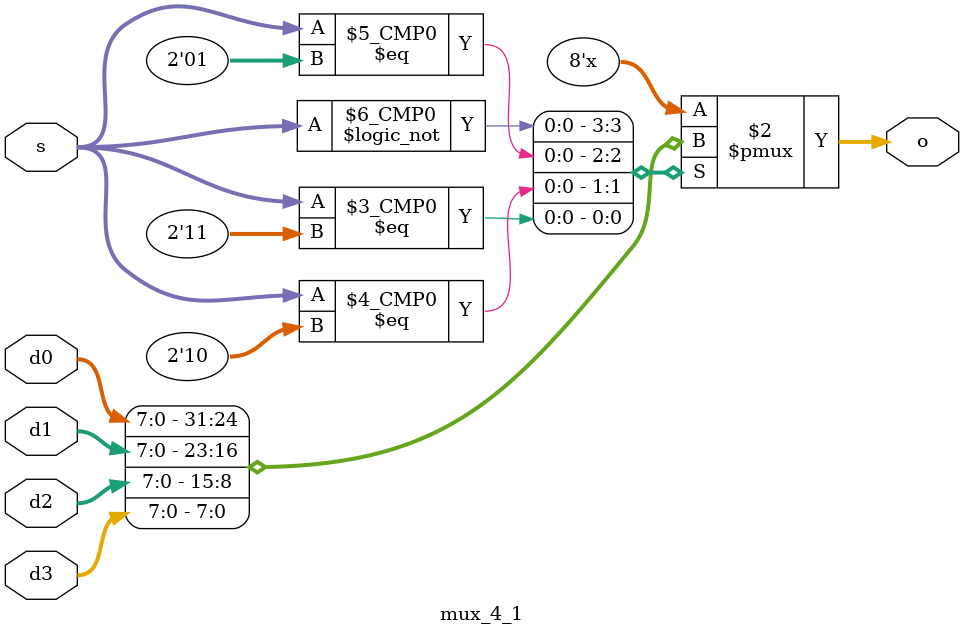
<source format=v>
module mux_4_1 #(
    parameter width  = 8
)(
    input [width - 1 : 0] d0,
    input [width - 1 : 0] d1,
    input [width - 1 : 0] d2,
    input [width - 1 : 0] d3,
    input [1 :  0] s,
    output reg [width - 1: 0] o
);

always @(*) begin
    case(s)
        2'b00 : o = d0;
        2'b01 : o = d1;
        2'b10 : o = d2;
        2'b11 : o = d3;
    endcase
end

endmodule
</source>
